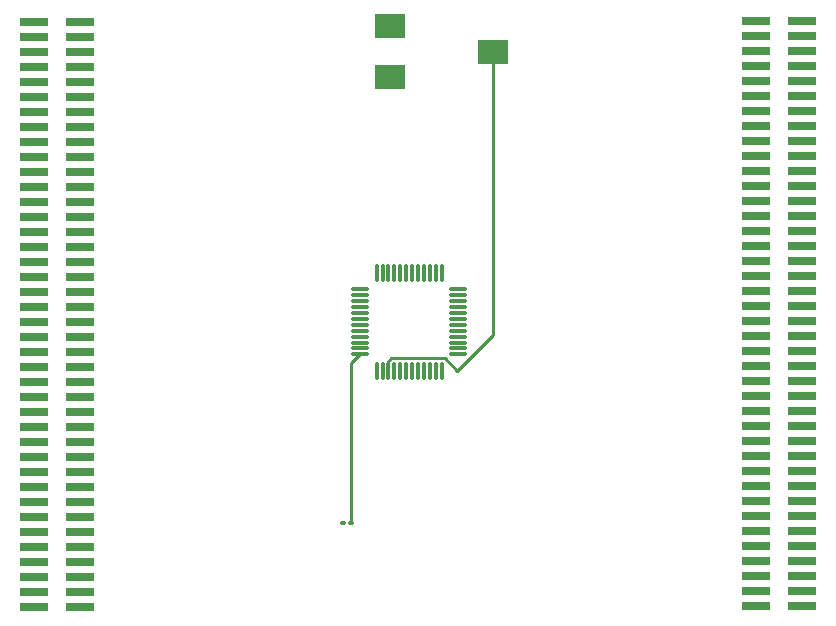
<source format=gbr>
%TF.GenerationSoftware,KiCad,Pcbnew,(7.0.0)*%
%TF.CreationDate,2023-06-01T13:02:33-06:00*%
%TF.ProjectId,V1,56312e6b-6963-4616-945f-706362585858,rev?*%
%TF.SameCoordinates,Original*%
%TF.FileFunction,Copper,L1,Top*%
%TF.FilePolarity,Positive*%
%FSLAX46Y46*%
G04 Gerber Fmt 4.6, Leading zero omitted, Abs format (unit mm)*
G04 Created by KiCad (PCBNEW (7.0.0)) date 2023-06-01 13:02:33*
%MOMM*%
%LPD*%
G01*
G04 APERTURE LIST*
G04 Aperture macros list*
%AMRoundRect*
0 Rectangle with rounded corners*
0 $1 Rounding radius*
0 $2 $3 $4 $5 $6 $7 $8 $9 X,Y pos of 4 corners*
0 Add a 4 corners polygon primitive as box body*
4,1,4,$2,$3,$4,$5,$6,$7,$8,$9,$2,$3,0*
0 Add four circle primitives for the rounded corners*
1,1,$1+$1,$2,$3*
1,1,$1+$1,$4,$5*
1,1,$1+$1,$6,$7*
1,1,$1+$1,$8,$9*
0 Add four rect primitives between the rounded corners*
20,1,$1+$1,$2,$3,$4,$5,0*
20,1,$1+$1,$4,$5,$6,$7,0*
20,1,$1+$1,$6,$7,$8,$9,0*
20,1,$1+$1,$8,$9,$2,$3,0*%
G04 Aperture macros list end*
%TA.AperFunction,SMDPad,CuDef*%
%ADD10RoundRect,0.100000X-0.130000X-0.100000X0.130000X-0.100000X0.130000X0.100000X-0.130000X0.100000X0*%
%TD*%
%TA.AperFunction,SMDPad,CuDef*%
%ADD11R,2.400000X0.740000*%
%TD*%
%TA.AperFunction,SMDPad,CuDef*%
%ADD12R,2.500000X2.000000*%
%TD*%
%TA.AperFunction,SMDPad,CuDef*%
%ADD13RoundRect,0.075000X-0.662500X-0.075000X0.662500X-0.075000X0.662500X0.075000X-0.662500X0.075000X0*%
%TD*%
%TA.AperFunction,SMDPad,CuDef*%
%ADD14RoundRect,0.075000X-0.075000X-0.662500X0.075000X-0.662500X0.075000X0.662500X-0.075000X0.662500X0*%
%TD*%
%TA.AperFunction,Conductor*%
%ADD15C,0.250000*%
%TD*%
G04 APERTURE END LIST*
D10*
%TO.P,R1,1*%
%TO.N,+3.3V*%
X144580000Y-106000000D03*
%TO.P,R1,2*%
%TO.N,ADC_1*%
X145220000Y-106000000D03*
%TD*%
D11*
%TO.P,J3,1,Pin_1*%
%TO.N,unconnected-(J3-Pin_1-Pad1)*%
X179499999Y-63509999D03*
%TO.P,J3,2,Pin_2*%
%TO.N,unconnected-(J3-Pin_2-Pad2)*%
X183399999Y-63509999D03*
%TO.P,J3,3,Pin_3*%
%TO.N,unconnected-(J3-Pin_3-Pad3)*%
X179499999Y-64779999D03*
%TO.P,J3,4,Pin_4*%
%TO.N,unconnected-(J3-Pin_4-Pad4)*%
X183399999Y-64779999D03*
%TO.P,J3,5,Pin_5*%
%TO.N,unconnected-(J3-Pin_5-Pad5)*%
X179499999Y-66049999D03*
%TO.P,J3,6,Pin_6*%
%TO.N,unconnected-(J3-Pin_6-Pad6)*%
X183399999Y-66049999D03*
%TO.P,J3,7,Pin_7*%
%TO.N,unconnected-(J3-Pin_7-Pad7)*%
X179499999Y-67319999D03*
%TO.P,J3,8,Pin_8*%
%TO.N,unconnected-(J3-Pin_8-Pad8)*%
X183399999Y-67319999D03*
%TO.P,J3,9,Pin_9*%
%TO.N,unconnected-(J3-Pin_9-Pad9)*%
X179499999Y-68589999D03*
%TO.P,J3,10,Pin_10*%
%TO.N,unconnected-(J3-Pin_10-Pad10)*%
X183399999Y-68589999D03*
%TO.P,J3,11,Pin_11*%
%TO.N,unconnected-(J3-Pin_11-Pad11)*%
X179499999Y-69859999D03*
%TO.P,J3,12,Pin_12*%
%TO.N,unconnected-(J3-Pin_12-Pad12)*%
X183399999Y-69859999D03*
%TO.P,J3,13,Pin_13*%
%TO.N,unconnected-(J3-Pin_13-Pad13)*%
X179499999Y-71129999D03*
%TO.P,J3,14,Pin_14*%
%TO.N,unconnected-(J3-Pin_14-Pad14)*%
X183399999Y-71129999D03*
%TO.P,J3,15,Pin_15*%
%TO.N,unconnected-(J3-Pin_15-Pad15)*%
X179499999Y-72399999D03*
%TO.P,J3,16,Pin_16*%
%TO.N,unconnected-(J3-Pin_16-Pad16)*%
X183399999Y-72399999D03*
%TO.P,J3,17,Pin_17*%
%TO.N,unconnected-(J3-Pin_17-Pad17)*%
X179499999Y-73669999D03*
%TO.P,J3,18,Pin_18*%
%TO.N,unconnected-(J3-Pin_18-Pad18)*%
X183399999Y-73669999D03*
%TO.P,J3,19,Pin_19*%
%TO.N,unconnected-(J3-Pin_19-Pad19)*%
X179499999Y-74939999D03*
%TO.P,J3,20,Pin_20*%
%TO.N,unconnected-(J3-Pin_20-Pad20)*%
X183399999Y-74939999D03*
%TO.P,J3,21,Pin_21*%
%TO.N,unconnected-(J3-Pin_21-Pad21)*%
X179499999Y-76209999D03*
%TO.P,J3,22,Pin_22*%
%TO.N,unconnected-(J3-Pin_22-Pad22)*%
X183399999Y-76209999D03*
%TO.P,J3,23,Pin_23*%
%TO.N,unconnected-(J3-Pin_23-Pad23)*%
X179499999Y-77479999D03*
%TO.P,J3,24,Pin_24*%
%TO.N,unconnected-(J3-Pin_24-Pad24)*%
X183399999Y-77479999D03*
%TO.P,J3,25,Pin_25*%
%TO.N,unconnected-(J3-Pin_25-Pad25)*%
X179499999Y-78749999D03*
%TO.P,J3,26,Pin_26*%
%TO.N,unconnected-(J3-Pin_26-Pad26)*%
X183399999Y-78749999D03*
%TO.P,J3,27,Pin_27*%
%TO.N,unconnected-(J3-Pin_27-Pad27)*%
X179499999Y-80019999D03*
%TO.P,J3,28,Pin_28*%
%TO.N,unconnected-(J3-Pin_28-Pad28)*%
X183399999Y-80019999D03*
%TO.P,J3,29,Pin_29*%
%TO.N,unconnected-(J3-Pin_29-Pad29)*%
X179499999Y-81289999D03*
%TO.P,J3,30,Pin_30*%
%TO.N,unconnected-(J3-Pin_30-Pad30)*%
X183399999Y-81289999D03*
%TO.P,J3,31,Pin_31*%
%TO.N,unconnected-(J3-Pin_31-Pad31)*%
X179499999Y-82559999D03*
%TO.P,J3,32,Pin_32*%
%TO.N,unconnected-(J3-Pin_32-Pad32)*%
X183399999Y-82559999D03*
%TO.P,J3,33,Pin_33*%
%TO.N,unconnected-(J3-Pin_33-Pad33)*%
X179499999Y-83829999D03*
%TO.P,J3,34,Pin_34*%
%TO.N,unconnected-(J3-Pin_34-Pad34)*%
X183399999Y-83829999D03*
%TO.P,J3,35,Pin_35*%
%TO.N,unconnected-(J3-Pin_35-Pad35)*%
X179499999Y-85099999D03*
%TO.P,J3,36,Pin_36*%
%TO.N,unconnected-(J3-Pin_36-Pad36)*%
X183399999Y-85099999D03*
%TO.P,J3,37,Pin_37*%
%TO.N,unconnected-(J3-Pin_37-Pad37)*%
X179499999Y-86369999D03*
%TO.P,J3,38,Pin_38*%
%TO.N,unconnected-(J3-Pin_38-Pad38)*%
X183399999Y-86369999D03*
%TO.P,J3,39,Pin_39*%
%TO.N,unconnected-(J3-Pin_39-Pad39)*%
X179499999Y-87639999D03*
%TO.P,J3,40,Pin_40*%
%TO.N,unconnected-(J3-Pin_40-Pad40)*%
X183399999Y-87639999D03*
%TO.P,J3,41*%
%TO.N,N/C*%
X179499999Y-88909999D03*
%TO.P,J3,42*%
X183399999Y-88909999D03*
%TO.P,J3,43*%
X179499999Y-90179999D03*
%TO.P,J3,44*%
X183399999Y-90179999D03*
%TO.P,J3,45*%
X179499999Y-91449999D03*
%TO.P,J3,46*%
X183399999Y-91449999D03*
%TO.P,J3,47*%
X179499999Y-92719999D03*
%TO.P,J3,48*%
X183399999Y-92719999D03*
%TO.P,J3,49*%
X179499999Y-93989999D03*
%TO.P,J3,50*%
X183399999Y-93989999D03*
%TO.P,J3,51*%
X179499999Y-95259999D03*
%TO.P,J3,52*%
X183399999Y-95259999D03*
%TO.P,J3,53*%
X179499999Y-96529999D03*
%TO.P,J3,54*%
X183399999Y-96529999D03*
%TO.P,J3,55*%
X179499999Y-97799999D03*
%TO.P,J3,56*%
X183399999Y-97799999D03*
%TO.P,J3,57*%
X179499999Y-99069999D03*
%TO.P,J3,58*%
X183399999Y-99069999D03*
%TO.P,J3,59*%
X179499999Y-100339999D03*
%TO.P,J3,60*%
X183399999Y-100339999D03*
%TO.P,J3,61*%
X179499999Y-101609999D03*
%TO.P,J3,62*%
X183399999Y-101609999D03*
%TO.P,J3,63*%
X179499999Y-102879999D03*
%TO.P,J3,64*%
X183399999Y-102879999D03*
%TO.P,J3,65*%
X179499999Y-104149999D03*
%TO.P,J3,66*%
X183399999Y-104149999D03*
%TO.P,J3,67*%
X179499999Y-105419999D03*
%TO.P,J3,68*%
X183399999Y-105419999D03*
%TO.P,J3,69*%
X179499999Y-106689999D03*
%TO.P,J3,70*%
X183399999Y-106689999D03*
%TO.P,J3,71*%
X179499999Y-107959999D03*
%TO.P,J3,72*%
X183399999Y-107959999D03*
%TO.P,J3,73*%
X179499999Y-109229999D03*
%TO.P,J3,74*%
X183399999Y-109229999D03*
%TO.P,J3,75*%
X179499999Y-110499999D03*
%TO.P,J3,76*%
X183399999Y-110499999D03*
%TO.P,J3,77*%
X179499999Y-111769999D03*
%TO.P,J3,78*%
X183399999Y-111769999D03*
%TO.P,J3,79*%
X179499999Y-113039999D03*
%TO.P,J3,80*%
X183399999Y-113039999D03*
%TD*%
%TO.P,J2,1,Pin_1*%
%TO.N,unconnected-(J2-Pin_1-Pad1)*%
X118399999Y-63549999D03*
%TO.P,J2,2,Pin_2*%
%TO.N,unconnected-(J2-Pin_2-Pad2)*%
X122299999Y-63549999D03*
%TO.P,J2,3,Pin_3*%
%TO.N,unconnected-(J2-Pin_3-Pad3)*%
X118399999Y-64819999D03*
%TO.P,J2,4,Pin_4*%
%TO.N,unconnected-(J2-Pin_4-Pad4)*%
X122299999Y-64819999D03*
%TO.P,J2,5,Pin_5*%
%TO.N,unconnected-(J2-Pin_5-Pad5)*%
X118399999Y-66089999D03*
%TO.P,J2,6,Pin_6*%
%TO.N,unconnected-(J2-Pin_6-Pad6)*%
X122299999Y-66089999D03*
%TO.P,J2,7,Pin_7*%
%TO.N,unconnected-(J2-Pin_7-Pad7)*%
X118399999Y-67359999D03*
%TO.P,J2,8,Pin_8*%
%TO.N,unconnected-(J2-Pin_8-Pad8)*%
X122299999Y-67359999D03*
%TO.P,J2,9,Pin_9*%
%TO.N,unconnected-(J2-Pin_9-Pad9)*%
X118399999Y-68629999D03*
%TO.P,J2,10,Pin_10*%
%TO.N,unconnected-(J2-Pin_10-Pad10)*%
X122299999Y-68629999D03*
%TO.P,J2,11,Pin_11*%
%TO.N,unconnected-(J2-Pin_11-Pad11)*%
X118399999Y-69899999D03*
%TO.P,J2,12,Pin_12*%
%TO.N,unconnected-(J2-Pin_12-Pad12)*%
X122299999Y-69899999D03*
%TO.P,J2,13,Pin_13*%
%TO.N,unconnected-(J2-Pin_13-Pad13)*%
X118399999Y-71169999D03*
%TO.P,J2,14,Pin_14*%
%TO.N,unconnected-(J2-Pin_14-Pad14)*%
X122299999Y-71169999D03*
%TO.P,J2,15,Pin_15*%
%TO.N,unconnected-(J2-Pin_15-Pad15)*%
X118399999Y-72439999D03*
%TO.P,J2,16,Pin_16*%
%TO.N,unconnected-(J2-Pin_16-Pad16)*%
X122299999Y-72439999D03*
%TO.P,J2,17,Pin_17*%
%TO.N,unconnected-(J2-Pin_17-Pad17)*%
X118399999Y-73709999D03*
%TO.P,J2,18,Pin_18*%
%TO.N,unconnected-(J2-Pin_18-Pad18)*%
X122299999Y-73709999D03*
%TO.P,J2,19,Pin_19*%
%TO.N,unconnected-(J2-Pin_19-Pad19)*%
X118399999Y-74979999D03*
%TO.P,J2,20,Pin_20*%
%TO.N,unconnected-(J2-Pin_20-Pad20)*%
X122299999Y-74979999D03*
%TO.P,J2,21,Pin_21*%
%TO.N,unconnected-(J2-Pin_21-Pad21)*%
X118399999Y-76249999D03*
%TO.P,J2,22,Pin_22*%
%TO.N,unconnected-(J2-Pin_22-Pad22)*%
X122299999Y-76249999D03*
%TO.P,J2,23,Pin_23*%
%TO.N,unconnected-(J2-Pin_23-Pad23)*%
X118399999Y-77519999D03*
%TO.P,J2,24,Pin_24*%
%TO.N,unconnected-(J2-Pin_24-Pad24)*%
X122299999Y-77519999D03*
%TO.P,J2,25,Pin_25*%
%TO.N,unconnected-(J2-Pin_25-Pad25)*%
X118399999Y-78789999D03*
%TO.P,J2,26,Pin_26*%
%TO.N,unconnected-(J2-Pin_26-Pad26)*%
X122299999Y-78789999D03*
%TO.P,J2,27,Pin_27*%
%TO.N,unconnected-(J2-Pin_27-Pad27)*%
X118399999Y-80059999D03*
%TO.P,J2,28,Pin_28*%
%TO.N,unconnected-(J2-Pin_28-Pad28)*%
X122299999Y-80059999D03*
%TO.P,J2,29,Pin_29*%
%TO.N,unconnected-(J2-Pin_29-Pad29)*%
X118399999Y-81329999D03*
%TO.P,J2,30,Pin_30*%
%TO.N,unconnected-(J2-Pin_30-Pad30)*%
X122299999Y-81329999D03*
%TO.P,J2,31,Pin_31*%
%TO.N,unconnected-(J2-Pin_31-Pad31)*%
X118399999Y-82599999D03*
%TO.P,J2,32,Pin_32*%
%TO.N,unconnected-(J2-Pin_32-Pad32)*%
X122299999Y-82599999D03*
%TO.P,J2,33,Pin_33*%
%TO.N,unconnected-(J2-Pin_33-Pad33)*%
X118399999Y-83869999D03*
%TO.P,J2,34,Pin_34*%
%TO.N,unconnected-(J2-Pin_34-Pad34)*%
X122299999Y-83869999D03*
%TO.P,J2,35,Pin_35*%
%TO.N,unconnected-(J2-Pin_35-Pad35)*%
X118399999Y-85139999D03*
%TO.P,J2,36,Pin_36*%
%TO.N,unconnected-(J2-Pin_36-Pad36)*%
X122299999Y-85139999D03*
%TO.P,J2,37,Pin_37*%
%TO.N,unconnected-(J2-Pin_37-Pad37)*%
X118399999Y-86409999D03*
%TO.P,J2,38,Pin_38*%
%TO.N,unconnected-(J2-Pin_38-Pad38)*%
X122299999Y-86409999D03*
%TO.P,J2,39,Pin_39*%
%TO.N,unconnected-(J2-Pin_39-Pad39)*%
X118399999Y-87679999D03*
%TO.P,J2,40,Pin_40*%
%TO.N,unconnected-(J2-Pin_40-Pad40)*%
X122299999Y-87679999D03*
%TO.P,J2,41*%
%TO.N,N/C*%
X118399999Y-88949999D03*
%TO.P,J2,42*%
X122299999Y-88949999D03*
%TO.P,J2,43*%
X118399999Y-90219999D03*
%TO.P,J2,44*%
X122299999Y-90219999D03*
%TO.P,J2,45*%
X118399999Y-91489999D03*
%TO.P,J2,46*%
X122299999Y-91489999D03*
%TO.P,J2,47*%
X118399999Y-92759999D03*
%TO.P,J2,48*%
X122299999Y-92759999D03*
%TO.P,J2,49*%
X118399999Y-94029999D03*
%TO.P,J2,50*%
X122299999Y-94029999D03*
%TO.P,J2,51*%
X118399999Y-95299999D03*
%TO.P,J2,52*%
X122299999Y-95299999D03*
%TO.P,J2,53*%
X118399999Y-96569999D03*
%TO.P,J2,54*%
X122299999Y-96569999D03*
%TO.P,J2,55*%
X118399999Y-97839999D03*
%TO.P,J2,56*%
X122299999Y-97839999D03*
%TO.P,J2,57*%
X118399999Y-99109999D03*
%TO.P,J2,58*%
X122299999Y-99109999D03*
%TO.P,J2,59*%
X118399999Y-100379999D03*
%TO.P,J2,60*%
X122299999Y-100379999D03*
%TO.P,J2,61*%
X118399999Y-101649999D03*
%TO.P,J2,62*%
X122299999Y-101649999D03*
%TO.P,J2,63*%
X118399999Y-102919999D03*
%TO.P,J2,64*%
X122299999Y-102919999D03*
%TO.P,J2,65*%
X118399999Y-104189999D03*
%TO.P,J2,66*%
X122299999Y-104189999D03*
%TO.P,J2,67*%
X118399999Y-105459999D03*
%TO.P,J2,68*%
X122299999Y-105459999D03*
%TO.P,J2,69*%
X118399999Y-106729999D03*
%TO.P,J2,70*%
X122299999Y-106729999D03*
%TO.P,J2,71*%
X118399999Y-107999999D03*
%TO.P,J2,72*%
X122299999Y-107999999D03*
%TO.P,J2,73*%
X118399999Y-109269999D03*
%TO.P,J2,74*%
X122299999Y-109269999D03*
%TO.P,J2,75*%
X118399999Y-110539999D03*
%TO.P,J2,76*%
X122299999Y-110539999D03*
%TO.P,J2,77*%
X118399999Y-111809999D03*
%TO.P,J2,78*%
X122299999Y-111809999D03*
%TO.P,J2,79*%
X118399999Y-113079999D03*
%TO.P,J2,80*%
X122299999Y-113079999D03*
%TD*%
D12*
%TO.P,10K1,1,1*%
%TO.N,GND*%
X148574999Y-68249999D03*
%TO.P,10K1,2,2*%
%TO.N,ADC_2*%
X157224999Y-66099999D03*
%TO.P,10K1,3,3*%
%TO.N,+5V*%
X148574999Y-63949999D03*
%TD*%
D13*
%TO.P,U1,1,PC13*%
%TO.N,unconnected-(U1-PC13-Pad1)*%
X145987500Y-86212500D03*
%TO.P,U1,2,PC14*%
%TO.N,unconnected-(U1-PC14-Pad2)*%
X145987500Y-86712500D03*
%TO.P,U1,3,PC15*%
%TO.N,unconnected-(U1-PC15-Pad3)*%
X145987500Y-87212500D03*
%TO.P,U1,4,PF3*%
%TO.N,unconnected-(U1-PF3-Pad4)*%
X145987500Y-87712500D03*
%TO.P,U1,5,VREF+*%
%TO.N,unconnected-(U1-VREF+-Pad5)*%
X145987500Y-88212500D03*
%TO.P,U1,6,VDD*%
%TO.N,unconnected-(U1-VDD-Pad6)*%
X145987500Y-88712500D03*
%TO.P,U1,7,VSS*%
%TO.N,unconnected-(U1-VSS-Pad7)*%
X145987500Y-89212500D03*
%TO.P,U1,8,PF0*%
%TO.N,unconnected-(U1-PF0-Pad8)*%
X145987500Y-89712500D03*
%TO.P,U1,9,PF1*%
%TO.N,unconnected-(U1-PF1-Pad9)*%
X145987500Y-90212500D03*
%TO.P,U1,10,PF2*%
%TO.N,unconnected-(U1-PF2-Pad10)*%
X145987500Y-90712500D03*
%TO.P,U1,11,PA0*%
%TO.N,unconnected-(U1-PA0-Pad11)*%
X145987500Y-91212500D03*
%TO.P,U1,12,PA1*%
%TO.N,ADC_1*%
X145987500Y-91712500D03*
D14*
%TO.P,U1,13,PA2*%
%TO.N,Net-(J1-SSRX+)*%
X147400000Y-93125000D03*
%TO.P,U1,14,PA3*%
%TO.N,Net-(J1-SSRX-)*%
X147900000Y-93125000D03*
%TO.P,U1,15,PA4*%
%TO.N,ADC_2*%
X148400000Y-93125000D03*
%TO.P,U1,16,PA5*%
%TO.N,unconnected-(U1-PA5-Pad16)*%
X148900000Y-93125000D03*
%TO.P,U1,17,PA6*%
%TO.N,unconnected-(U1-PA6-Pad17)*%
X149400000Y-93125000D03*
%TO.P,U1,18,PA7*%
%TO.N,unconnected-(U1-PA7-Pad18)*%
X149900000Y-93125000D03*
%TO.P,U1,19,PB0*%
%TO.N,unconnected-(U1-PB0-Pad19)*%
X150400000Y-93125000D03*
%TO.P,U1,20,PB1*%
%TO.N,unconnected-(U1-PB1-Pad20)*%
X150900000Y-93125000D03*
%TO.P,U1,21,PB2*%
%TO.N,unconnected-(U1-PB2-Pad21)*%
X151400000Y-93125000D03*
%TO.P,U1,22,PB10*%
%TO.N,unconnected-(U1-PB10-Pad22)*%
X151900000Y-93125000D03*
%TO.P,U1,23,PB11*%
%TO.N,unconnected-(U1-PB11-Pad23)*%
X152400000Y-93125000D03*
%TO.P,U1,24,PB12*%
%TO.N,unconnected-(U1-PB12-Pad24)*%
X152900000Y-93125000D03*
D13*
%TO.P,U1,25,PB13*%
%TO.N,unconnected-(U1-PB13-Pad25)*%
X154312500Y-91712500D03*
%TO.P,U1,26,PB14*%
%TO.N,unconnected-(U1-PB14-Pad26)*%
X154312500Y-91212500D03*
%TO.P,U1,27,PB15*%
%TO.N,unconnected-(U1-PB15-Pad27)*%
X154312500Y-90712500D03*
%TO.P,U1,28,PA8*%
%TO.N,unconnected-(U1-PA8-Pad28)*%
X154312500Y-90212500D03*
%TO.P,U1,29,PA9/NC*%
%TO.N,unconnected-(U1-PA9{slash}NC-Pad29)*%
X154312500Y-89712500D03*
%TO.P,U1,30,PC6*%
%TO.N,unconnected-(U1-PC6-Pad30)*%
X154312500Y-89212500D03*
%TO.P,U1,31,PC7*%
%TO.N,unconnected-(U1-PC7-Pad31)*%
X154312500Y-88712500D03*
%TO.P,U1,32,PA10/NC*%
%TO.N,unconnected-(U1-PA10{slash}NC-Pad32)*%
X154312500Y-88212500D03*
%TO.P,U1,33,PA11/PA9*%
%TO.N,unconnected-(U1-PA11{slash}PA9-Pad33)*%
X154312500Y-87712500D03*
%TO.P,U1,34,PA12/PA10*%
%TO.N,unconnected-(U1-PA12{slash}PA10-Pad34)*%
X154312500Y-87212500D03*
%TO.P,U1,35,PA13*%
%TO.N,unconnected-(U1-PA13-Pad35)*%
X154312500Y-86712500D03*
%TO.P,U1,36,PA14*%
%TO.N,unconnected-(U1-PA14-Pad36)*%
X154312500Y-86212500D03*
D14*
%TO.P,U1,37,PA15*%
%TO.N,unconnected-(U1-PA15-Pad37)*%
X152900000Y-84800000D03*
%TO.P,U1,38,PD0*%
%TO.N,unconnected-(U1-PD0-Pad38)*%
X152400000Y-84800000D03*
%TO.P,U1,39,PD1*%
%TO.N,unconnected-(U1-PD1-Pad39)*%
X151900000Y-84800000D03*
%TO.P,U1,40,PD2*%
%TO.N,unconnected-(U1-PD2-Pad40)*%
X151400000Y-84800000D03*
%TO.P,U1,41,PD3*%
%TO.N,unconnected-(U1-PD3-Pad41)*%
X150900000Y-84800000D03*
%TO.P,U1,42,PB3*%
%TO.N,unconnected-(U1-PB3-Pad42)*%
X150400000Y-84800000D03*
%TO.P,U1,43,PB4*%
%TO.N,unconnected-(U1-PB4-Pad43)*%
X149900000Y-84800000D03*
%TO.P,U1,44,PB5*%
%TO.N,unconnected-(U1-PB5-Pad44)*%
X149400000Y-84800000D03*
%TO.P,U1,45,PB6*%
%TO.N,unconnected-(U1-PB6-Pad45)*%
X148900000Y-84800000D03*
%TO.P,U1,46,PB7*%
%TO.N,unconnected-(U1-PB7-Pad46)*%
X148400000Y-84800000D03*
%TO.P,U1,47,PB8*%
%TO.N,unconnected-(U1-PB8-Pad47)*%
X147900000Y-84800000D03*
%TO.P,U1,48,PB9*%
%TO.N,unconnected-(U1-PB9-Pad48)*%
X147400000Y-84800000D03*
%TD*%
D15*
%TO.N,ADC_2*%
X153190685Y-92062500D02*
X148659315Y-92062500D01*
X148400000Y-92321815D02*
X148400000Y-93125000D01*
X154228185Y-93100000D02*
X153190685Y-92062500D01*
X148659315Y-92062500D02*
X148400000Y-92321815D01*
X157225000Y-90103185D02*
X154228185Y-93100000D01*
X157225000Y-66100000D02*
X157225000Y-90103185D01*
%TO.N,ADC_1*%
X145220000Y-92480000D02*
X145987500Y-91712500D01*
X145220000Y-106000000D02*
X145220000Y-92480000D01*
%TD*%
M02*

</source>
